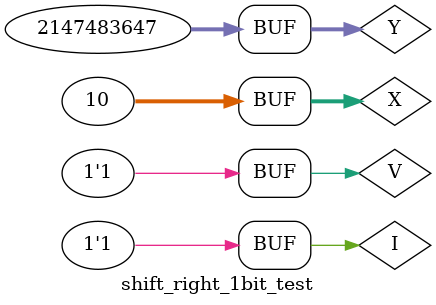
<source format=v>
`timescale 1ns / 1ps


module shift_right_1bit_test;

	// Inputs
	reg [31:0] X;
	reg [31:0] Y;
	reg [31:0] i;

	// Outputs
	wire Z;

	// Instantiate the Unit Under Test (UUT)
	shift_right_1bit uut (
		.X(X), 
		.Y(Y), 
		.I(i), 
		.Z(Z)
	);

	initial begin
      X = 32'b1010; Y = 0; I = 0; V = 0; #100;
      X = 32'b1010; Y = 0; I = 1; V = 0; #100;
      X = 32'b1010; Y = 1; I = 0; V = 0; #100;
      X = 32'b1010; Y = 1; I = 2; V = 0; #100;
      X = 32'b1010; Y = 35; I = 1; V = 0; #100;
      // These will shift by negative amounts because the logic which makes
      // sure Y is handled as unsigned happens in the 32-bit shifter.
      X = 32'b1010; Y = 32'hffffffff; I = 0; V = 0; #100;
      X = 32'b1010; Y = 32'hffffffff; I = 1; V = 0; #100;
      // Should result in 00000000 and 11111111, respectively
      X = 32'b1010; Y = 32'h7fffffff; I = 0; V = 0; #100;
      X = 32'b1010; Y = 32'h7fffffff; I = 1; V = 1; #100;
	end
      
endmodule


</source>
